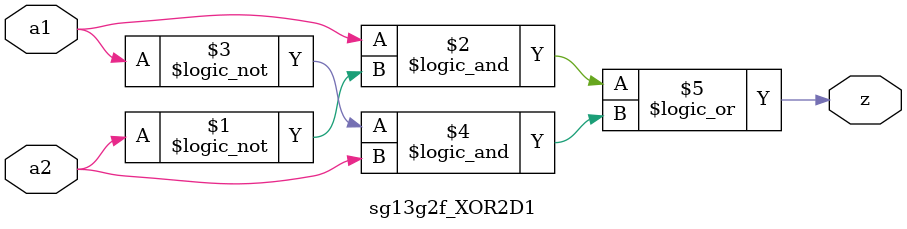
<source format=v>

module sg13g2f_AN2D1(a1, a2, z);
  input a1, a2;
  output z;
  assign z = (a1 && a2);
endmodule

module sg13g2f_AO21D1(a1, a2, b, z);
  input a1, a2, b;
  output z;
  assign z = (a1&a2) | (b);
endmodule

module sg13g2f_AOI21D1(a1, a2, b, zn);
  input a1, a2, b;
  output zn;
  assign zn = (!a1&!b) | (!a2&!b);
endmodule

module sg13g2f_BUFFD1(i, z);
  input i;
  output z;
  assign z = i;
endmodule

module sg13g2f_DFCNQD1(d, cp, cdn, q);
  input d, cp, cdn;
  output q;
  reg q = 1'b0;
  always @(posedge cp or negedge cdn) begin 
    if(!cdn) q <= 1'b0; 
    else q <= d;
  end
endmodule

module sg13g2f_DFQD1(d, cp, q);
  input d, cp;
  output q;
  reg q = 1'b0;
  always @(posedge cp) q <= d;
endmodule

module sg13g2f_INVD1(i, z);
  input i;
  output z;
  assign z = !i;
endmodule

module sg13g2f_MUX2D1(i0, i1, s, z);
  input i0, i1, s;
  output z;
  assign z = (i0&!s) | (i1&s);
endmodule

module sg13g2f_ND2D1(a1, a2, zn);
  input a1, a2;
  output zn;
  assign zn = !(a1 && a2);
endmodule

module sg13g2f_ND3D1(a1, a2, a3, zn);
  input a1, a2, a3;
  output zn;
  assign zn = !(a1 && a2 && a3);
endmodule

module sg13g2f_NR2D1(a1, a2, zn);
  input a1, a2;
  output zn;
  assign zn = !(a1 || a2);
endmodule

module sg13g2f_OA21D1(a1, a2, b, z);
  input a1, a2, b;
  output z;
  assign z = (a1&b) | (a2&b);
endmodule

module sg13g2f_OAI21D1(a1, a2, b, zn);
  input a1, a2, b;
  output zn;
  assign zn = (!a1&!a2) | (!b);
endmodule

module sg13g2f_OR2D1(a1, a2, z);
  input a1, a2;
  output z;
  assign z = (a1 || a2);
endmodule

module sg13g2f_TIEH(z);
  output z;
  assign z = 1'b1;
endmodule

module sg13g2f_TIEL(zn);
  output zn;
  assign zn = 1'b0;
endmodule

module sg13g2f_XNR2D1(a1, a2, zn);
  input a1, a2;
  output zn;
  assign zn = (a1 && a2) || (!a1 && !a2);
endmodule

module sg13g2f_XOR2D1(a1, a2, z);
  input a1, a2;
  output z;
  assign z = (a1 && !a2) || (!a1 && a2);
endmodule


</source>
